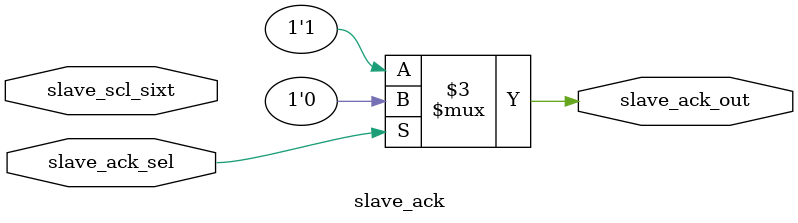
<source format=v>
module slave_ack(slave_scl_sixt, slave_ack_sel, slave_ack_out);
input slave_ack_sel;
input slave_scl_sixt ;
output reg slave_ack_out;
parameter ack = 1'b0, nack = 1'b1;
// taki jab ack bhejna h toh 0 jaye aur nack jaye toh 1
always@(*)
if (slave_ack_sel)
slave_ack_out = ack;
else 
slave_ack_out = nack;
endmodule

</source>
